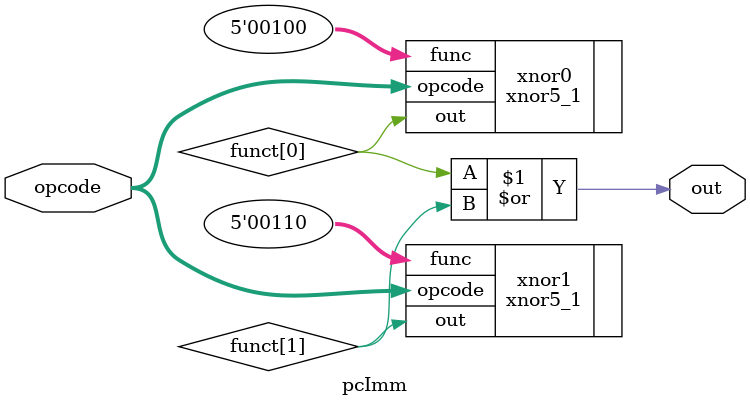
<source format=v>
module pcImm(opcode, out);
   input [4:0] opcode;
   output      out;
   wire        funct[1:0];

   xnor5_1 xnor0  (.opcode(opcode), .func(5'b00100), .out(funct[0]));
   xnor5_1 xnor1  (.opcode(opcode), .func(5'b00110), .out(funct[1]));
   assign out = funct[0] | funct[1];

endmodule // dMemWrite


</source>
